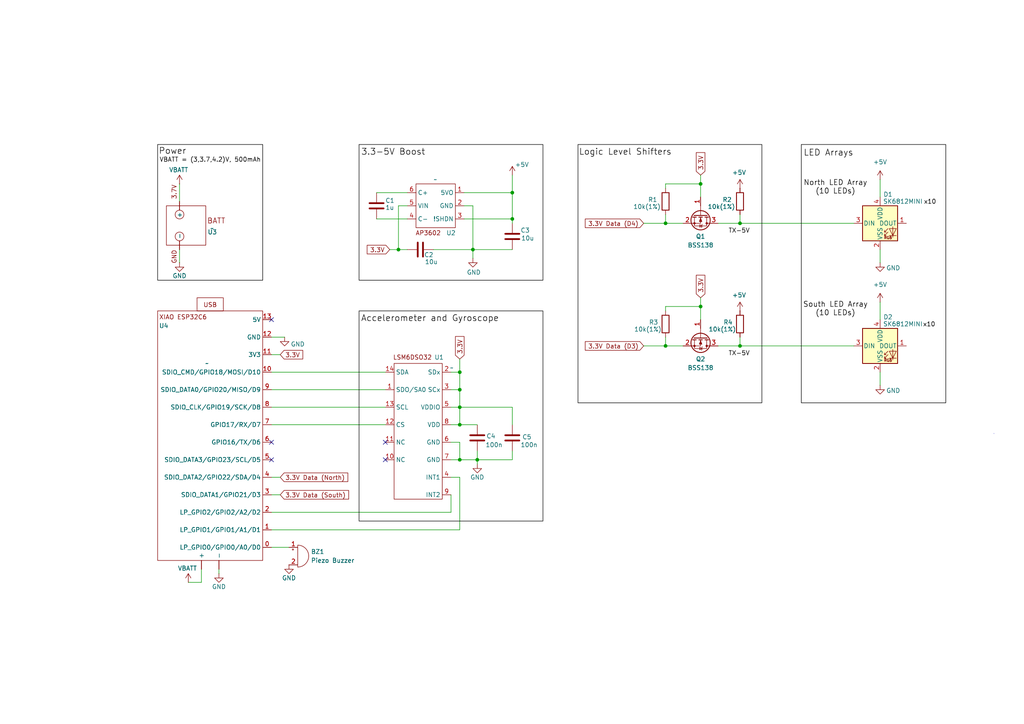
<source format=kicad_sch>
(kicad_sch (version 20231120) (generator "eeschema") (generator_version "8.0")
  (paper "A4")
  (title_block (title "LED20 Updated Schematic") (date "2024-10-31") (rev "2") (company "Team 01") (comment 1 "Schematic of LED20 prototype"))
  (lib_symbols
    (symbol "Device:Buzzer" (pin_names (offset 0.0254) hide)
      (property "Reference" "BZ" (at 3.81 1.27 0))
      (property "Value" "Buzzer" (at 3.81 -1.27 0))
      (symbol "Buzzer_0_1"
        (arc (start 0 -3.175) (mid 3.1612 0) (end 0 3.175))
        (polyline (pts (xy -1.651 1.905) (xy -1.143 1.905)))
        (polyline (pts (xy -1.397 2.159) (xy -1.397 1.651)))
        (polyline (pts (xy 0 3.175) (xy 0 -3.175)))
      )
      (symbol "Buzzer_1_1"
        (pin passive line (at -2.54 2.54 0) (length 2.54) (name "+") (number "1"))
        (pin passive line (at -2.54 -2.54 0) (length 2.54) (name "-") (number "2"))
      )
    )
    (symbol "Device:C" (pin_numbers hide) (pin_names (offset 0.254))
      (property "Reference" "C" (at 0.635 2.54 0))
      (property "Value" "C" (at 0.635 -2.54 0))
      (symbol "C_0_1"
        (polyline (pts (xy -2.032 -0.762) (xy 2.032 -0.762)) (stroke (width 0.508)))
        (polyline (pts (xy -2.032 0.762) (xy 2.032 0.762)) (stroke (width 0.508)))
      )
      (symbol "C_1_1"
        (pin passive line (at 0 3.81 270) (length 2.794) (name "~") (number "1"))
        (pin passive line (at 0 -3.81 90) (length 2.794) (name "~") (number "2"))
      )
    )
    (symbol "Device:R" (pin_numbers hide) (pin_names (offset 0))
      (property "Reference" "R" (at 2.032 0 90))
      (property "Value" "R" (at 0 0 90))
      (symbol "R_0_1"
        (rectangle (start -1.016 -2.54) (end 1.016 2.54) (stroke (width 0.254)))
      )
      (symbol "R_1_1"
        (pin passive line (at 0 3.81 270) (length 1.27) (name "~") (number "1"))
        (pin passive line (at 0 -3.81 90) (length 1.27) (name "~") (number "2"))
      )
    )
    (symbol "LED20_Library:500mAh_LiPo_Batt"
      (property "Reference" "U" (at 4.572 -13.97 0))
      (symbol "500mAh_LiPo_Batt_0_1"
        (rectangle (start -6.35 -1.27) (end 5.08 -12.7))
        (circle (center -2.54 -10.16) (radius 1.27))
        (circle (center -2.54 -3.81) (radius 1.27))
      )
      (symbol "500mAh_LiPo_Batt_1_1"
        (text "3.7V" (at -4.064 2.794 900) (effects (font (size 1.27 1.27))))
        (text "GND" (at -4.064 -16.002 900) (effects (font (size 1.27 1.27))))
        (pin power_in line (at -2.54 0 270) (length 2.54) (name "+") (number ""))
        (pin power_in line (at -2.54 -13.97 90) (length 2.54) (name "-") (number ""))
      )
    )
    (symbol "LED20_Library:AP3602"
      (property "Reference" "U" (at 3.302 -14.224 0))
      (symbol "AP3602_0_1"
        (rectangle (start -7.62 0) (end 3.81 -12.7))
      )
      (symbol "AP3602_1_1"
        (text "AP3602" (at -4.064 -14.224 0) (effects (font (size 1.27 1.27))))
        (pin power_out line (at 6.35 -2.54 180) (length 2.54) (name "5VO") (number "1"))
        (pin power_in line (at 6.35 -6.35 180) (length 2.54) (name "GND") (number "2"))
        (pin input line (at 6.35 -10.16 180) (length 2.54) (name "!SHDN") (number "3"))
        (pin input line (at -10.16 -10.16 0) (length 2.54) (name "C-") (number "4"))
        (pin power_in line (at -10.16 -6.35 0) (length 2.54) (name "VIN") (number "5"))
        (pin input line (at -10.16 -2.54 0) (length 2.54) (name "C+") (number "6"))
      )
    )
    (symbol "LED20_Library:LSM6DSO32"
      (property "Reference" "U" (at 2.032 4.318 0))
      (symbol "LSM6DSO32_0_1"
        (rectangle (start -10.16 2.54) (end 3.81 -36.83))
      )
      (symbol "LSM6DSO32_1_1"
        (text "LSM6DSO32" (at -4.826 4.318 0) (effects (font (size 1.27 1.27))))
        (pin output line (at -12.7 -5.08 0) (length 2.54) (name "SDO/SA0") (number "1"))
        (pin unspecified line (at -12.7 -25.4 0) (length 2.54) (name "NC") (number "10"))
        (pin unspecified line (at -12.7 -20.32 0) (length 2.54) (name "NC") (number "11"))
        (pin input line (at -12.7 -15.24 0) (length 2.54) (name "CS") (number "12"))
        (pin output line (at -12.7 -10.16 0) (length 2.54) (name "SCL") (number "13"))
        (pin output line (at -12.7 0 0) (length 2.54) (name "SDA") (number "14"))
        (pin bidirectional line (at 6.35 0 180) (length 2.54) (name "SDx") (number "2"))
        (pin bidirectional line (at 6.35 -5.08 180) (length 2.54) (name "SCx") (number "3"))
        (pin output line (at 6.35 -30.48 180) (length 2.54) (name "INT1") (number "4"))
        (pin bidirectional line (at 6.35 -10.16 180) (length 2.54) (name "VDDIO") (number "5"))
        (pin power_in line (at 6.35 -20.32 180) (length 2.54) (name "GND") (number "6"))
        (pin power_in line (at 6.35 -25.4 180) (length 2.54) (name "GND") (number "7"))
        (pin power_in line (at 6.35 -15.24 180) (length 2.54) (name "VDD") (number "8"))
        (pin output line (at 6.35 -35.56 180) (length 2.54) (name "INT2") (number "9"))
      )
    )
    (symbol "LED20_Library:XIAO_ESP32C6"
      (property "Reference" "U" (at 1.27 31.242 0))
      (symbol "XIAO_ESP32C6_0_1"
        (rectangle (start -15.24 33.02) (end 15.24 -39.37))
      )
      (symbol "XIAO_ESP32C6_1_1"
        (rectangle (start -3.81 36.83) (end 3.81 33.02))
        (text "USB" (at 0 34.798 0) (effects (font (size 1.27 1.27))))
        (text "XIAO ESP32C6" (at -7.874 31.242 0) (effects (font (size 1.27 1.27))))
        (pin power_in line (at -2.54 -41.91 90) (length 2.54) (name "+") (number ""))
        (pin power_in line (at 2.54 -41.91 90) (length 2.54) (name "-") (number ""))
        (pin bidirectional line (at 17.78 -35.56 180) (length 2.54) (name "LP_GPIO0/GPIO0/A0/D0") (number "0"))
        (pin bidirectional line (at 17.78 -30.48 180) (length 2.54) (name "LP_GPIO1/GPIO1/A1/D1") (number "1"))
        (pin bidirectional line (at 17.78 15.24 180) (length 2.54) (name "SDIO_CMD/GPIO18/MOSI/D10") (number "10"))
        (pin power_in line (at 17.78 20.32 180) (length 2.54) (name "3V3") (number "11"))
        (pin power_in line (at 17.78 25.4 180) (length 2.54) (name "GND") (number "12"))
        (pin power_in line (at 17.78 30.48 180) (length 2.54) (name "5V") (number "13"))
        (pin bidirectional line (at 17.78 -25.4 180) (length 2.54) (name "LP_GPIO2/GPIO2/A2/D2") (number "2"))
        (pin bidirectional line (at 17.78 -20.32 180) (length 2.54) (name "SDIO_DATA1/GPIO21/D3") (number "3"))
        (pin bidirectional line (at 17.78 -15.24 180) (length 2.54) (name "SDIO_DATA2/GPIO22/SDA/D4") (number "4"))
        (pin bidirectional line (at 17.78 -10.16 180) (length 2.54) (name "SDIO_DATA3/GPIO23/SCL/D5") (number "5"))
        (pin bidirectional line (at 17.78 -5.08 180) (length 2.54) (name "GPIO16/TX/D6") (number "6"))
        (pin bidirectional line (at 17.78 0 180) (length 2.54) (name "GPIO17/RX/D7") (number "7"))
        (pin bidirectional line (at 17.78 5.08 180) (length 2.54) (name "SDIO_CLK/GPIO19/SCK/D8") (number "8"))
        (pin bidirectional line (at 17.78 10.16 180) (length 2.54) (name "SDIO_DATA0/GPIO20/MISO/D9") (number "9"))
      )
    )
    (symbol "LED:SK6812MINI" (pin_names (offset 0.254))
      (property "Reference" "D" (at 5.08 5.715 0))
      (property "Value" "SK6812MINI" (at 1.27 -5.715 0))
      (symbol "SK6812MINI_0_0"
        (text "RGB" (at 2.286 -4.191 0) (effects (font (size 0.762 0.762))))
      )
      (symbol "SK6812MINI_0_1"
        (polyline (pts (xy 1.27 -3.556) (xy 1.778 -3.556)))
        (polyline (pts (xy 1.27 -2.54) (xy 1.778 -2.54)))
        (polyline (pts (xy 4.699 -3.556) (xy 2.667 -3.556)))
        (polyline (pts (xy 2.286 -2.54) (xy 1.27 -3.556) (xy 1.27 -3.048)))
        (polyline (pts (xy 2.286 -1.524) (xy 1.27 -2.54) (xy 1.27 -2.032)))
        (polyline (pts (xy 3.683 -1.016) (xy 3.683 -3.556) (xy 3.683 -4.064)))
        (polyline (pts (xy 4.699 -1.524) (xy 2.667 -1.524) (xy 3.683 -3.556) (xy 4.699 -1.524)))
        (rectangle (start 5.08 5.08) (end -5.08 -5.08) (stroke (width 0.254)) (fill (type background)))
      )
      (symbol "SK6812MINI_1_1"
        (pin output line (at 7.62 0 180) (length 2.54) (name "DOUT") (number "1"))
        (pin power_in line (at 0 -7.62 90) (length 2.54) (name "VSS") (number "2"))
        (pin input line (at -7.62 0 0) (length 2.54) (name "DIN") (number "3"))
        (pin power_in line (at 0 7.62 270) (length 2.54) (name "VDD") (number "4"))
      )
    )
    (symbol "Transistor_FET:BSS138" (pin_names hide)
      (property "Reference" "Q" (at 5.08 1.905 0))
      (property "Value" "BSS138" (at 5.08 0 0))
      (symbol "BSS138_0_1"
        (polyline (pts (xy 0.254 0) (xy -2.54 0)))
        (polyline (pts (xy 0.254 1.905) (xy 0.254 -1.905)) (stroke (width 0.254)))
        (polyline (pts (xy 0.762 -1.27) (xy 0.762 -2.286)) (stroke (width 0.254)))
        (polyline (pts (xy 0.762 0.508) (xy 0.762 -0.508)) (stroke (width 0.254)))
        (polyline (pts (xy 0.762 2.286) (xy 0.762 1.27)) (stroke (width 0.254)))
        (polyline (pts (xy 2.54 2.54) (xy 2.54 1.778)))
        (polyline (pts (xy 2.54 -2.54) (xy 2.54 0) (xy 0.762 0)))
        (polyline (pts (xy 0.762 -1.778) (xy 3.302 -1.778) (xy 3.302 1.778) (xy 0.762 1.778)))
        (polyline (pts (xy 1.016 0) (xy 2.032 0.381) (xy 2.032 -0.381) (xy 1.016 0)) (fill (type outline)))
        (polyline (pts (xy 2.794 0.508) (xy 2.921 0.381) (xy 3.683 0.381) (xy 3.81 0.254)))
        (polyline (pts (xy 3.302 0.381) (xy 2.921 -0.254) (xy 3.683 -0.254) (xy 3.302 0.381)))
        (circle (center 1.651 0) (radius 2.794) (stroke (width 0.254)))
        (circle (center 2.54 -1.778) (radius 0.254) (fill (type outline)))
        (circle (center 2.54 1.778) (radius 0.254) (fill (type outline)))
      )
      (symbol "BSS138_1_1"
        (pin input line (at -5.08 0 0) (length 2.54) (name "G") (number "1"))
        (pin passive line (at 2.54 -5.08 90) (length 2.54) (name "S") (number "2"))
        (pin passive line (at 2.54 5.08 270) (length 2.54) (name "D") (number "3"))
      )
    )
    (symbol "power:+5V" (power) (pin_numbers hide) (pin_names (offset 0) hide)
      (property "Value" "+5V" (at 0 3.556 0))
      (symbol "+5V_0_1"
        (polyline (pts (xy -0.762 1.27) (xy 0 2.54)))
        (polyline (pts (xy 0 0) (xy 0 2.54)))
        (polyline (pts (xy 0 2.54) (xy 0.762 1.27)))
      )
      (symbol "+5V_1_1"
        (pin power_in line (at 0 0 90) (length 0) (name "~") (number "1"))
      )
    )
    (symbol "power:+BATT" (power) (pin_numbers hide) (pin_names (offset 0) hide)
      (property "Value" "+BATT" (at 0 3.556 0))
      (symbol "+BATT_0_1"
        (polyline (pts (xy -0.762 1.27) (xy 0 2.54)))
        (polyline (pts (xy 0 0) (xy 0 2.54)))
        (polyline (pts (xy 0 2.54) (xy 0.762 1.27)))
      )
      (symbol "+BATT_1_1"
        (pin power_in line (at 0 0 90) (length 0) (name "~") (number "1"))
      )
    )
    (symbol "power:GND" (power) (pin_numbers hide) (pin_names (offset 0) hide)
      (property "Value" "GND" (at 0 -3.81 0))
      (symbol "GND_0_1"
        (polyline (pts (xy 0 0) (xy 0 -1.27) (xy 1.27 -1.27) (xy 0 -2.54) (xy -1.27 -1.27) (xy 0 -1.27)))
      )
      (symbol "GND_1_1"
        (pin power_in line (at 0 0 270) (length 0) (name "~") (number "1"))
      )
    )
  )
  (junction (at 203.2 53.34))
  (junction (at 138.43 133.35))
  (junction (at 133.35 133.35))
  (junction (at 115.57 72.39))
  (junction (at 133.35 118.11))
  (junction (at 203.2 88.9))
  (junction (at 214.63 100.33))
  (junction (at 137.16 72.39))
  (junction (at 133.35 113.03))
  (junction (at 193.04 64.77))
  (junction (at 148.59 63.5))
  (junction (at 133.35 107.95))
  (junction (at 214.63 64.77))
  (junction (at 148.59 55.88))
  (junction (at 133.35 123.19))
  (junction (at 193.04 100.33))
  (no_connect (at 111.76 128.27))
  (no_connect (at 111.76 133.35))
  (no_connect (at 78.74 128.27))
  (no_connect (at 78.74 133.35))
  (no_connect (at 78.74 92.71))
  (wire (pts (xy 137.16 74.93) (xy 137.16 72.39)))
  (wire (pts (xy 133.35 153.67) (xy 133.35 138.43)))
  (wire (pts (xy 130.81 143.51) (xy 130.81 148.59)))
  (wire (pts (xy 138.43 133.35) (xy 133.35 133.35)))
  (wire (pts (xy 208.28 64.77) (xy 214.63 64.77)))
  (wire (pts (xy 148.59 64.77) (xy 148.59 63.5)))
  (wire (pts (xy 137.16 72.39) (xy 137.16 59.69)))
  (wire (pts (xy 133.35 138.43) (xy 130.81 138.43)))
  (wire (pts (xy 148.59 50.8) (xy 148.59 55.88)))
  (wire (pts (xy 133.35 107.95) (xy 133.35 104.14)))
  (wire (pts (xy 130.81 128.27) (xy 133.35 128.27)))
  (wire (pts (xy 214.63 100.33) (xy 247.65 100.33)))
  (wire (pts (xy 130.81 113.03) (xy 133.35 113.03)))
  (wire (pts (xy 130.81 148.59) (xy 78.74 148.59)))
  (wire (pts (xy 133.35 123.19) (xy 138.43 123.19)))
  (wire (pts (xy 255.27 87.63) (xy 255.27 92.71)))
  (wire (pts (xy 130.81 133.35) (xy 133.35 133.35)))
  (wire (pts (xy 255.27 72.39) (xy 255.27 76.2)))
  (wire (pts (xy 78.74 153.67) (xy 133.35 153.67)))
  (wire (pts (xy 186.69 100.33) (xy 193.04 100.33)))
  (wire (pts (xy 115.57 72.39) (xy 118.11 72.39)))
  (wire (pts (xy 193.04 88.9) (xy 203.2 88.9)))
  (wire (pts (xy 78.74 118.11) (xy 111.76 118.11)))
  (wire (pts (xy 214.63 62.23) (xy 214.63 64.77)))
  (wire (pts (xy 193.04 53.34) (xy 193.04 54.61)))
  (wire (pts (xy 78.74 113.03) (xy 111.76 113.03)))
  (wire (pts (xy 78.74 143.51) (xy 81.28 143.51)))
  (wire (pts (xy 193.04 88.9) (xy 193.04 90.17)))
  (wire (pts (xy 78.74 97.79) (xy 82.55 97.79)))
  (wire (pts (xy 130.81 123.19) (xy 133.35 123.19)))
  (wire (pts (xy 193.04 53.34) (xy 203.2 53.34)))
  (wire (pts (xy 130.81 107.95) (xy 133.35 107.95)))
  (wire (pts (xy 52.07 72.39) (xy 52.07 76.2)))
  (wire (pts (xy 138.43 134.62) (xy 138.43 133.35)))
  (wire (pts (xy 193.04 100.33) (xy 198.12 100.33)))
  (wire (pts (xy 148.59 123.19) (xy 148.59 118.11)))
  (wire (pts (xy 133.35 123.19) (xy 133.35 118.11)))
  (wire (pts (xy 118.11 59.69) (xy 115.57 59.69)))
  (wire (pts (xy 133.35 118.11) (xy 148.59 118.11)))
  (wire (pts (xy 125.73 72.39) (xy 137.16 72.39)))
  (wire (pts (xy 63.5 165.1) (xy 63.5 166.37)))
  (wire (pts (xy 134.62 59.69) (xy 137.16 59.69)))
  (wire (pts (xy 134.62 55.88) (xy 148.59 55.88)))
  (wire (pts (xy 138.43 133.35) (xy 148.59 133.35)))
  (wire (pts (xy 203.2 50.8) (xy 203.2 53.34)))
  (wire (pts (xy 78.74 107.95) (xy 111.76 107.95)))
  (wire (pts (xy 208.28 100.33) (xy 214.63 100.33)))
  (wire (pts (xy 58.42 165.1) (xy 58.42 168.91)))
  (wire (pts (xy 54.61 168.91) (xy 58.42 168.91)))
  (wire (pts (xy 133.35 118.11) (xy 133.35 113.03)))
  (wire (pts (xy 78.74 123.19) (xy 111.76 123.19)))
  (wire (pts (xy 148.59 72.39) (xy 137.16 72.39)))
  (wire (pts (xy 138.43 130.81) (xy 138.43 133.35)))
  (wire (pts (xy 203.2 86.36) (xy 203.2 88.9)))
  (wire (pts (xy 109.22 55.88) (xy 118.11 55.88)))
  (wire (pts (xy 115.57 59.69) (xy 115.57 72.39)))
  (wire (pts (xy 130.81 118.11) (xy 133.35 118.11)))
  (wire (pts (xy 214.63 97.79) (xy 214.63 100.33)))
  (wire (pts (xy 133.35 128.27) (xy 133.35 133.35)))
  (wire (pts (xy 193.04 97.79) (xy 193.04 100.33)))
  (wire (pts (xy 186.69 64.77) (xy 193.04 64.77)))
  (wire (pts (xy 255.27 52.07) (xy 255.27 57.15)))
  (wire (pts (xy 78.74 102.87) (xy 81.28 102.87)))
  (wire (pts (xy 255.27 107.95) (xy 255.27 111.76)))
  (wire (pts (xy 203.2 92.71) (xy 203.2 88.9)))
  (wire (pts (xy 148.59 130.81) (xy 148.59 133.35)))
  (wire (pts (xy 52.07 53.34) (xy 52.07 58.42)))
  (wire (pts (xy 193.04 64.77) (xy 198.12 64.77)))
  (wire (pts (xy 133.35 113.03) (xy 133.35 107.95)))
  (wire (pts (xy 109.22 63.5) (xy 118.11 63.5)))
  (wire (pts (xy 214.63 64.77) (xy 247.65 64.77)))
  (wire (pts (xy 78.74 158.75) (xy 83.82 158.75)))
  (wire (pts (xy 134.62 63.5) (xy 148.59 63.5)))
  (wire (pts (xy 78.74 138.43) (xy 81.28 138.43)))
  (wire (pts (xy 203.2 57.15) (xy 203.2 53.34)))
  (wire (pts (xy 193.04 62.23) (xy 193.04 64.77)))
  (wire (pts (xy 148.59 55.88) (xy 148.59 63.5)))
  (wire (pts (xy 113.03 72.39) (xy 115.57 72.39)))
  (rectangle (start 104.14 90.17) (end 157.48 151.13) (stroke (width 0) (color 0 0 0 1)))
  (rectangle (start 167.64 41.91) (end 220.98 116.84) (stroke (width 0) (color 0 0 0 1)))
  (rectangle (start 232.41 41.91) (end 274.32 116.84) (stroke (width 0) (color 0 0 0 1)))
  (rectangle (start 104.14 41.91) (end 157.48 81.28) (stroke (width 0) (color 0 0 0 1)))
  (rectangle (start 288.29 125.73) (end 288.29 125.73))
  (rectangle (start 45.72 41.91) (end 76.2 81.28) (stroke (width 0) (color 0 0 0 1)))
  (text "3.3-5V Boost" (at 114.046 44.196 0) (effects (font (size 1.778 1.778))))
  (text "TX-5V" (at 214.376 67.056 0) (effects (font (size 1.27 1.27))))
  (text "South LED Array\n(10 LEDs)" (at 242.316 89.662 0) (effects (font (size 1.524 1.524))))
  (text "VBATT = (3,3.7,4.2)V, 500mAh" (at 60.96 46.482 0) (effects (font (size 1.27 1.27))))
  (text "TX-5V" (at 214.376 102.616 0) (effects (font (size 1.27 1.27))))
  (text "LED Arrays" (at 240.284 44.45 0) (effects (font (size 1.778 1.778))))
  (text "x10" (at 269.494 94.234 0) (effects (font (size 1.27 1.27))))
  (text "Logic Level Shifters" (at 181.356 44.196 0) (effects (font (size 1.778 1.778))))
  (text "BATT" (at 62.738 64.262 0) (effects (font (size 1.524 1.524))))
  (text "Power" (at 50.038 43.942 0) (effects (font (size 1.778 1.778))))
  (text "Accelerometer and Gyroscope\n" (at 124.714 92.456 0) (effects (font (size 1.778 1.778))))
  (text "North LED Array\n(10 LEDs)" (at 242.316 54.356 0) (effects (font (size 1.524 1.524))))
  (text "x10" (at 269.748 58.674 0) (effects (font (size 1.27 1.27))))
  (global_label "3.3V" (shape input) (at 203.2 86.36 90) (property "Intersheetrefs" "${INTERSHEET_REFS}" (effects (hide yes))))
  (global_label "3.3V" (shape input) (at 133.35 104.14 90) (property "Intersheetrefs" "${INTERSHEET_REFS}" (effects (hide yes))))
  (global_label "3.3V" (shape input) (at 113.03 72.39 180) (property "Intersheetrefs" "${INTERSHEET_REFS}" (effects (hide yes))))
  (global_label "3.3V Data (South)" (shape input) (at 81.28 143.51 0) (property "Intersheetrefs" "${INTERSHEET_REFS}" (effects (hide yes))))
  (global_label "3.3V Data (D4)" (shape input) (at 186.69 64.77 180) (property "Intersheetrefs" "${INTERSHEET_REFS}" (effects (hide yes))))
  (global_label "3.3V Data (North)" (shape input) (at 81.28 138.43 0) (property "Intersheetrefs" "${INTERSHEET_REFS}" (effects (hide yes))))
  (global_label "3.3V" (shape input) (at 203.2 50.8 90) (property "Intersheetrefs" "${INTERSHEET_REFS}" (effects (hide yes))))
  (global_label "3.3V Data (D3)" (shape input) (at 186.69 100.33 180) (property "Intersheetrefs" "${INTERSHEET_REFS}" (effects (hide yes))))
  (global_label "3.3V" (shape input) (at 81.28 102.87 0) (property "Intersheetrefs" "${INTERSHEET_REFS}" (effects (hide yes))))
  (symbol (lib_id "power:+5V") (at 148.59 50.8 0) (unit 1)
    (property "Reference" "#PWR05" (effects (hide yes)))
    (property "Value" "+5V" (at 151.384 47.752 0))
    (property "Description" "Power symbol creates a global label with name \"+5V\"" (effects (hide yes)))
  )
  (symbol (lib_id "Device:C") (at 148.59 127 180) (unit 1)
    (property "Reference" "C5" (at 154.178 126.746 0) (effects (justify left)))
    (property "Value" "100n" (at 155.956 129.032 0) (effects (justify left)))
    (property "Description" "Unpolarized capacitor" (effects (hide yes)))
  )
  (symbol (lib_id "LED20_Library:500mAh_LiPo_Batt") (at 54.61 58.42 0) (unit 1)
    (property "Reference" "U3" (at 60.198 67.31 0) (effects (justify left)))
    (property "Value" "~" (at 60.96 66.2335 0) (effects (justify left)))
  )
  (symbol (lib_id "Device:C") (at 109.22 59.69 0) (unit 1)
    (property "Reference" "C1" (at 111.76 58.166 0) (effects (justify left)))
    (property "Value" "1u" (at 111.76 60.198 0) (effects (justify left)))
    (property "Description" "Unpolarized capacitor" (effects (hide yes)))
  )
  (symbol (lib_id "power:+5V") (at 255.27 52.07 0) (unit 1)
    (property "Reference" "#PWR08" (effects (hide yes)))
    (property "Value" "+5V" (at 255.27 46.99 0))
    (property "Description" "Power symbol creates a global label with name \"+5V\"" (effects (hide yes)))
  )
  (symbol (lib_id "Device:C") (at 148.59 68.58 180) (unit 1)
    (property "Reference" "C3" (at 153.67 66.802 0) (effects (justify left)))
    (property "Value" "10u" (at 154.94 69.088 0) (effects (justify left)))
    (property "Description" "Unpolarized capacitor" (effects (hide yes)))
  )
  (symbol (lib_id "power:GND") (at 83.82 163.83 0) (unit 1)
    (property "Reference" "#PWR015" (effects (hide yes)))
    (property "Value" "GND" (at 83.82 167.64 0))
    (property "Description" "Power symbol creates a global label with name \"GND\" , ground" (effects (hide yes)))
  )
  (symbol (lib_id "power:GND") (at 255.27 76.2 0) (unit 1)
    (property "Reference" "#PWR010" (effects (hide yes)))
    (property "Value" "GND" (at 259.08 77.724 0))
    (property "Description" "Power symbol creates a global label with name \"GND\" , ground" (effects (hide yes)))
  )
  (symbol (lib_id "power:+BATT") (at 54.61 168.91 0) (unit 1)
    (property "Reference" "#PWR03" (effects (hide yes)))
    (property "Value" "VBATT" (at 54.356 164.846 0))
    (property "Description" "Power symbol creates a global label with name \"+BATT\"" (effects (hide yes)))
  )
  (symbol (lib_id "power:GND") (at 52.07 76.2 0) (unit 1)
    (property "Reference" "#PWR01" (effects (hide yes)))
    (property "Value" "GND" (at 52.07 80.01 0))
    (property "Description" "Power symbol creates a global label with name \"GND\" , ground" (effects (hide yes)))
  )
  (symbol (lib_id "LED20_Library:LSM6DSO32") (at 124.46 107.95 0) (unit 1)
    (property "Reference" "U1" (at 125.984 103.632 0) (effects (justify left)))
    (property "Value" "~" (at 130.4641 106.68 0) (effects (justify left)))
  )
  (symbol (lib_id "Device:R") (at 193.04 93.98 0) (unit 1)
    (property "Reference" "R3" (at 188.214 93.472 0) (effects (justify left)))
    (property "Value" "10k(1%)" (at 183.896 95.504 0) (effects (justify left)))
    (property "Description" "Resistor" (effects (hide yes)))
  )
  (symbol (lib_id "Transistor_FET:BSS138") (at 203.2 62.23 270) (unit 1)
    (property "Reference" "Q1" (at 203.2 68.58 90))
    (property "Value" "BSS138" (at 203.2 71.12 90))
    (property "Footprint" "Package_TO_SOT_SMD:SOT-23" (effects (hide yes)))
    (property "Datasheet" "https://www.onsemi.com/pub/Collateral/BSS138-D.PDF" (effects (hide yes)))
    (property "Description" "50V Vds, 0.22A Id, N-Channel MOSFET, SOT-23" (effects (hide yes)))
  )
  (symbol (lib_id "power:GND") (at 63.5 166.37 0) (unit 1)
    (property "Reference" "#PWR04" (effects (hide yes)))
    (property "Value" "GND" (at 63.5 170.18 0))
    (property "Description" "Power symbol creates a global label with name \"GND\" , ground" (effects (hide yes)))
  )
  (symbol (lib_id "power:+5V") (at 214.63 54.61 0) (unit 1)
    (property "Reference" "#PWR06" (effects (hide yes)))
    (property "Value" "+5V" (at 214.376 50.038 0))
    (property "Description" "Power symbol creates a global label with name \"+5V\"" (effects (hide yes)))
  )
  (symbol (lib_id "Device:R") (at 214.63 93.98 180) (unit 1)
    (property "Reference" "R4" (at 209.804 93.472 0) (effects (justify right)))
    (property "Value" "10k(1%)" (at 205.486 95.504 0) (effects (justify right)))
    (property "Description" "Resistor" (effects (hide yes)))
  )
  (symbol (lib_id "power:GND") (at 138.43 134.62 0) (unit 1)
    (property "Reference" "#PWR014" (effects (hide yes)))
    (property "Value" "GND" (at 138.43 138.43 0))
    (property "Description" "Power symbol creates a global label with name \"GND\" , ground" (effects (hide yes)))
  )
  (symbol (lib_id "Device:Buzzer") (at 86.36 161.29 0) (unit 1)
    (property "Reference" "BZ1" (at 90.17 160.0199 0) (effects (justify left)))
    (property "Value" "Piezo Buzzer" (at 90.17 162.5599 0) (effects (justify left)))
    (property "Description" "Buzzer, polarized" (effects (hide yes)))
  )
  (symbol (lib_id "Device:R") (at 214.63 58.42 180) (unit 1)
    (property "Reference" "R2" (at 209.55 57.912 0) (effects (justify right)))
    (property "Value" "10k(1%)" (at 205.232 59.944 0) (effects (justify right)))
    (property "Description" "Resistor" (effects (hide yes)))
  )
  (symbol (lib_id "LED20_Library:XIAO_ESP32C6") (at 60.96 123.19 0) (unit 1)
    (property "Reference" "U4" (at 47.498 94.488 0))
    (property "Value" "~" (at 60.0426 105.41 0))
  )
  (symbol (lib_id "power:+5V") (at 214.63 90.17 0) (unit 1)
    (property "Reference" "#PWR011" (effects (hide yes)))
    (property "Value" "+5V" (at 214.376 85.598 0))
    (property "Description" "Power symbol creates a global label with name \"+5V\"" (effects (hide yes)))
  )
  (symbol (lib_id "LED:SK6812MINI") (at 255.27 100.33 0) (unit 1)
    (property "Reference" "D2" (at 257.556 91.948 0))
    (property "Value" "SK6812MINI" (at 261.874 93.98 0))
    (property "Footprint" "LED_SMD:LED_SK6812MINI_PLCC4_3.5x3.5mm_P1.75mm" (effects (hide yes)))
    (property "Datasheet" "https://cdn-shop.adafruit.com/product-files/2686/SK6812MINI_REV.01-1-2.pdf" (effects (hide yes)))
    (property "Description" "RGB LED with integrated controller" (effects (hide yes)))
  )
  (symbol (lib_id "power:+BATT") (at 52.07 53.34 0) (unit 1)
    (property "Reference" "#PWR02" (effects (hide yes)))
    (property "Value" "VBATT" (at 51.816 49.276 0))
    (property "Description" "Power symbol creates a global label with name \"+BATT\"" (effects (hide yes)))
  )
  (symbol (lib_id "Transistor_FET:BSS138") (at 203.2 97.79 270) (unit 1)
    (property "Reference" "Q2" (at 203.2 104.14 90))
    (property "Value" "BSS138" (at 203.2 106.68 90))
    (property "Footprint" "Package_TO_SOT_SMD:SOT-23" (effects (hide yes)))
    (property "Datasheet" "https://www.onsemi.com/pub/Collateral/BSS138-D.PDF" (effects (hide yes)))
    (property "Description" "50V Vds, 0.22A Id, N-Channel MOSFET, SOT-23" (effects (hide yes)))
  )
  (symbol (lib_id "LED:SK6812MINI") (at 255.27 64.77 0) (unit 1)
    (property "Reference" "D1" (at 257.556 56.388 0))
    (property "Value" "SK6812MINI" (at 261.874 58.42 0))
    (property "Footprint" "LED_SMD:LED_SK6812MINI_PLCC4_3.5x3.5mm_P1.75mm" (effects (hide yes)))
    (property "Datasheet" "https://cdn-shop.adafruit.com/product-files/2686/SK6812MINI_REV.01-1-2.pdf" (effects (hide yes)))
    (property "Description" "RGB LED with integrated controller" (effects (hide yes)))
  )
  (symbol (lib_id "Device:C") (at 121.92 72.39 90) (unit 1)
    (property "Reference" "C2" (at 125.73 73.914 90) (effects (justify left)))
    (property "Value" "10u" (at 127 75.946 90) (effects (justify left)))
    (property "Description" "Unpolarized capacitor" (effects (hide yes)))
  )
  (symbol (lib_id "power:GND") (at 255.27 111.76 0) (unit 1)
    (property "Reference" "#PWR013" (effects (hide yes)))
    (property "Value" "GND" (at 259.08 113.284 0))
    (property "Description" "Power symbol creates a global label with name \"GND\" , ground" (effects (hide yes)))
  )
  (symbol (lib_id "LED20_Library:AP3602") (at 128.27 53.34 0) (unit 1)
    (property "Reference" "U2" (at 130.81 67.564 0))
    (property "Value" "~" (at 126.2882 52.07 0))
  )
  (symbol (lib_id "power:GND") (at 137.16 74.93 0) (unit 1)
    (property "Reference" "#PWR09" (effects (hide yes)))
    (property "Value" "GND" (at 137.414 78.994 0))
    (property "Description" "Power symbol creates a global label with name \"GND\" , ground" (effects (hide yes)))
  )
  (symbol (lib_id "power:GND") (at 82.55 97.79 0) (unit 1)
    (property "Reference" "#PWR07" (effects (hide yes)))
    (property "Value" "GND" (at 86.36 99.822 0))
    (property "Description" "Power symbol creates a global label with name \"GND\" , ground" (effects (hide yes)))
  )
  (symbol (lib_id "Device:R") (at 193.04 58.42 0) (unit 1)
    (property "Reference" "R1" (at 187.96 57.912 0) (effects (justify left)))
    (property "Value" "10k(1%)" (at 183.642 59.944 0) (effects (justify left)))
    (property "Description" "Resistor" (effects (hide yes)))
  )
  (symbol (lib_id "Device:C") (at 138.43 127 180) (unit 1)
    (property "Reference" "C4" (at 143.764 126.492 0) (effects (justify left)))
    (property "Value" "100n" (at 145.796 129.032 0) (effects (justify left)))
    (property "Description" "Unpolarized capacitor" (effects (hide yes)))
  )
  (symbol (lib_id "power:+5V") (at 255.27 87.63 0) (unit 1)
    (property "Reference" "#PWR012" (effects (hide yes)))
    (property "Value" "+5V" (at 255.27 82.55 0))
    (property "Description" "Power symbol creates a global label with name \"+5V\"" (effects (hide yes)))
  )
)
</source>
